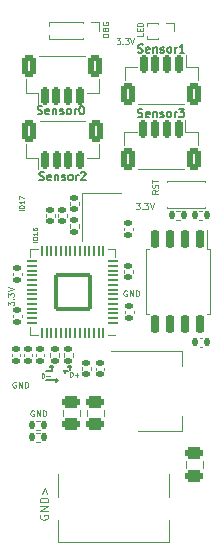
<source format=gto>
G04 #@! TF.GenerationSoftware,KiCad,Pcbnew,(6.0.6)*
G04 #@! TF.CreationDate,2022-07-02T21:51:47+02:00*
G04 #@! TF.ProjectId,hs3-arduino-nano,6873332d-6172-4647-9569-6e6f2d6e616e,rev?*
G04 #@! TF.SameCoordinates,Original*
G04 #@! TF.FileFunction,Legend,Top*
G04 #@! TF.FilePolarity,Positive*
%FSLAX46Y46*%
G04 Gerber Fmt 4.6, Leading zero omitted, Abs format (unit mm)*
G04 Created by KiCad (PCBNEW (6.0.6)) date 2022-07-02 21:51:47*
%MOMM*%
%LPD*%
G01*
G04 APERTURE LIST*
G04 Aperture macros list*
%AMRoundRect*
0 Rectangle with rounded corners*
0 $1 Rounding radius*
0 $2 $3 $4 $5 $6 $7 $8 $9 X,Y pos of 4 corners*
0 Add a 4 corners polygon primitive as box body*
4,1,4,$2,$3,$4,$5,$6,$7,$8,$9,$2,$3,0*
0 Add four circle primitives for the rounded corners*
1,1,$1+$1,$2,$3*
1,1,$1+$1,$4,$5*
1,1,$1+$1,$6,$7*
1,1,$1+$1,$8,$9*
0 Add four rect primitives between the rounded corners*
20,1,$1+$1,$2,$3,$4,$5,0*
20,1,$1+$1,$4,$5,$6,$7,0*
20,1,$1+$1,$6,$7,$8,$9,0*
20,1,$1+$1,$8,$9,$2,$3,0*%
G04 Aperture macros list end*
%ADD10C,0.150000*%
%ADD11C,0.100000*%
%ADD12C,0.125000*%
%ADD13C,0.120000*%
%ADD14C,2.540000*%
%ADD15RoundRect,0.140000X0.170000X-0.140000X0.170000X0.140000X-0.170000X0.140000X-0.170000X-0.140000X0*%
%ADD16R,0.550000X1.500000*%
%ADD17RoundRect,0.140000X-0.170000X0.140000X-0.170000X-0.140000X0.170000X-0.140000X0.170000X0.140000X0*%
%ADD18R,0.850000X0.850000*%
%ADD19O,0.850000X0.850000*%
%ADD20RoundRect,0.135000X0.185000X-0.135000X0.185000X0.135000X-0.185000X0.135000X-0.185000X-0.135000X0*%
%ADD21RoundRect,0.150000X0.150000X0.625000X-0.150000X0.625000X-0.150000X-0.625000X0.150000X-0.625000X0*%
%ADD22RoundRect,0.250000X0.350000X0.650000X-0.350000X0.650000X-0.350000X-0.650000X0.350000X-0.650000X0*%
%ADD23RoundRect,0.150000X-0.150000X-0.625000X0.150000X-0.625000X0.150000X0.625000X-0.150000X0.625000X0*%
%ADD24RoundRect,0.250000X-0.350000X-0.650000X0.350000X-0.650000X0.350000X0.650000X-0.350000X0.650000X0*%
%ADD25RoundRect,0.135000X-0.135000X-0.185000X0.135000X-0.185000X0.135000X0.185000X-0.135000X0.185000X0*%
%ADD26C,0.650000*%
%ADD27R,0.600000X1.450000*%
%ADD28R,0.300000X1.450000*%
%ADD29O,1.000000X2.100000*%
%ADD30O,1.000000X1.600000*%
%ADD31RoundRect,0.250000X-0.475000X0.250000X-0.475000X-0.250000X0.475000X-0.250000X0.475000X0.250000X0*%
%ADD32R,2.000000X1.500000*%
%ADD33R,2.000000X3.800000*%
%ADD34RoundRect,0.150000X-0.150000X0.650000X-0.150000X-0.650000X0.150000X-0.650000X0.150000X0.650000X0*%
%ADD35RoundRect,0.050000X0.387500X0.050000X-0.387500X0.050000X-0.387500X-0.050000X0.387500X-0.050000X0*%
%ADD36RoundRect,0.050000X0.050000X0.387500X-0.050000X0.387500X-0.050000X-0.387500X0.050000X-0.387500X0*%
%ADD37RoundRect,0.144000X1.456000X1.456000X-1.456000X1.456000X-1.456000X-1.456000X1.456000X-1.456000X0*%
%ADD38RoundRect,0.140000X0.140000X0.170000X-0.140000X0.170000X-0.140000X-0.170000X0.140000X-0.170000X0*%
%ADD39R,1.200000X1.400000*%
%ADD40RoundRect,0.250000X0.475000X-0.250000X0.475000X0.250000X-0.475000X0.250000X-0.475000X-0.250000X0*%
%ADD41RoundRect,0.135000X0.135000X0.185000X-0.135000X0.185000X-0.135000X-0.185000X0.135000X-0.185000X0*%
G04 APERTURE END LIST*
D10*
X143510000Y-97790000D02*
X143256000Y-97790000D01*
X141605000Y-98552000D02*
X142621000Y-98552000D01*
X143256000Y-97790000D02*
X143129000Y-97790000D01*
X143637000Y-97282000D02*
X143764000Y-97409000D01*
X143637000Y-97282000D02*
X143510000Y-97409000D01*
X142113000Y-97790000D02*
X142113000Y-97282000D01*
X141986000Y-97409000D02*
X142113000Y-97282000D01*
X142113000Y-97282000D02*
X141986000Y-97409000D01*
X142494000Y-98425000D02*
X142621000Y-98552000D01*
X143510000Y-97409000D02*
X143637000Y-97282000D01*
X142240000Y-97409000D02*
X142113000Y-97282000D01*
X142621000Y-98552000D02*
X142494000Y-98679000D01*
X143637000Y-97663000D02*
X143637000Y-97282000D01*
X143129000Y-97790000D02*
X143256000Y-97663000D01*
X142494000Y-98679000D02*
X142621000Y-98552000D01*
X143129000Y-97790000D02*
X143256000Y-97917000D01*
X141605000Y-97790000D02*
X142113000Y-97790000D01*
D11*
X139065047Y-98683000D02*
X139017428Y-98659190D01*
X138946000Y-98659190D01*
X138874571Y-98683000D01*
X138826952Y-98730619D01*
X138803142Y-98778238D01*
X138779333Y-98873476D01*
X138779333Y-98944904D01*
X138803142Y-99040142D01*
X138826952Y-99087761D01*
X138874571Y-99135380D01*
X138946000Y-99159190D01*
X138993619Y-99159190D01*
X139065047Y-99135380D01*
X139088857Y-99111571D01*
X139088857Y-98944904D01*
X138993619Y-98944904D01*
X139303142Y-99159190D02*
X139303142Y-98659190D01*
X139588857Y-99159190D01*
X139588857Y-98659190D01*
X139826952Y-99159190D02*
X139826952Y-98659190D01*
X139946000Y-98659190D01*
X140017428Y-98683000D01*
X140065047Y-98730619D01*
X140088857Y-98778238D01*
X140112666Y-98873476D01*
X140112666Y-98944904D01*
X140088857Y-99040142D01*
X140065047Y-99087761D01*
X140017428Y-99135380D01*
X139946000Y-99159190D01*
X139826952Y-99159190D01*
X141252619Y-98351952D02*
X141252619Y-97951952D01*
X141347857Y-97951952D01*
X141405000Y-97971000D01*
X141443095Y-98009095D01*
X141462142Y-98047190D01*
X141481190Y-98123380D01*
X141481190Y-98180523D01*
X141462142Y-98256714D01*
X141443095Y-98294809D01*
X141405000Y-98332904D01*
X141347857Y-98351952D01*
X141252619Y-98351952D01*
X141652619Y-98199571D02*
X141957380Y-98199571D01*
D12*
X138410190Y-92178095D02*
X138410190Y-91868571D01*
X138600666Y-92035238D01*
X138600666Y-91963809D01*
X138624476Y-91916190D01*
X138648285Y-91892380D01*
X138695904Y-91868571D01*
X138814952Y-91868571D01*
X138862571Y-91892380D01*
X138886380Y-91916190D01*
X138910190Y-91963809D01*
X138910190Y-92106666D01*
X138886380Y-92154285D01*
X138862571Y-92178095D01*
X138862571Y-91654285D02*
X138886380Y-91630476D01*
X138910190Y-91654285D01*
X138886380Y-91678095D01*
X138862571Y-91654285D01*
X138910190Y-91654285D01*
X138410190Y-91463809D02*
X138410190Y-91154285D01*
X138600666Y-91320952D01*
X138600666Y-91249523D01*
X138624476Y-91201904D01*
X138648285Y-91178095D01*
X138695904Y-91154285D01*
X138814952Y-91154285D01*
X138862571Y-91178095D01*
X138886380Y-91201904D01*
X138910190Y-91249523D01*
X138910190Y-91392380D01*
X138886380Y-91440000D01*
X138862571Y-91463809D01*
X138410190Y-91011428D02*
X138910190Y-90844761D01*
X138410190Y-90678095D01*
D11*
X140589047Y-101096000D02*
X140541428Y-101072190D01*
X140470000Y-101072190D01*
X140398571Y-101096000D01*
X140350952Y-101143619D01*
X140327142Y-101191238D01*
X140303333Y-101286476D01*
X140303333Y-101357904D01*
X140327142Y-101453142D01*
X140350952Y-101500761D01*
X140398571Y-101548380D01*
X140470000Y-101572190D01*
X140517619Y-101572190D01*
X140589047Y-101548380D01*
X140612857Y-101524571D01*
X140612857Y-101357904D01*
X140517619Y-101357904D01*
X140827142Y-101572190D02*
X140827142Y-101072190D01*
X141112857Y-101572190D01*
X141112857Y-101072190D01*
X141350952Y-101572190D02*
X141350952Y-101072190D01*
X141470000Y-101072190D01*
X141541428Y-101096000D01*
X141589047Y-101143619D01*
X141612857Y-101191238D01*
X141636666Y-101286476D01*
X141636666Y-101357904D01*
X141612857Y-101453142D01*
X141589047Y-101500761D01*
X141541428Y-101548380D01*
X141470000Y-101572190D01*
X141350952Y-101572190D01*
X141128000Y-109932666D02*
X141094666Y-109999333D01*
X141094666Y-110099333D01*
X141128000Y-110199333D01*
X141194666Y-110266000D01*
X141261333Y-110299333D01*
X141394666Y-110332666D01*
X141494666Y-110332666D01*
X141628000Y-110299333D01*
X141694666Y-110266000D01*
X141761333Y-110199333D01*
X141794666Y-110099333D01*
X141794666Y-110032666D01*
X141761333Y-109932666D01*
X141728000Y-109899333D01*
X141494666Y-109899333D01*
X141494666Y-110032666D01*
X141794666Y-109599333D02*
X141094666Y-109599333D01*
X141794666Y-109199333D01*
X141094666Y-109199333D01*
X141794666Y-108866000D02*
X141094666Y-108866000D01*
X141094666Y-108699333D01*
X141128000Y-108599333D01*
X141194666Y-108532666D01*
X141261333Y-108499333D01*
X141394666Y-108466000D01*
X141494666Y-108466000D01*
X141628000Y-108499333D01*
X141694666Y-108532666D01*
X141761333Y-108599333D01*
X141794666Y-108699333D01*
X141794666Y-108866000D01*
X141328000Y-108166000D02*
X141528000Y-107632666D01*
X141728000Y-108166000D01*
X146911190Y-69464952D02*
X146411190Y-69464952D01*
X146411190Y-69345904D01*
X146435000Y-69274476D01*
X146482619Y-69226857D01*
X146530238Y-69203047D01*
X146625476Y-69179238D01*
X146696904Y-69179238D01*
X146792142Y-69203047D01*
X146839761Y-69226857D01*
X146887380Y-69274476D01*
X146911190Y-69345904D01*
X146911190Y-69464952D01*
X146649285Y-68798285D02*
X146673095Y-68726857D01*
X146696904Y-68703047D01*
X146744523Y-68679238D01*
X146815952Y-68679238D01*
X146863571Y-68703047D01*
X146887380Y-68726857D01*
X146911190Y-68774476D01*
X146911190Y-68964952D01*
X146411190Y-68964952D01*
X146411190Y-68798285D01*
X146435000Y-68750666D01*
X146458809Y-68726857D01*
X146506428Y-68703047D01*
X146554047Y-68703047D01*
X146601666Y-68726857D01*
X146625476Y-68750666D01*
X146649285Y-68798285D01*
X146649285Y-68964952D01*
X146435000Y-68203047D02*
X146411190Y-68250666D01*
X146411190Y-68322095D01*
X146435000Y-68393523D01*
X146482619Y-68441142D01*
X146530238Y-68464952D01*
X146625476Y-68488761D01*
X146696904Y-68488761D01*
X146792142Y-68464952D01*
X146839761Y-68441142D01*
X146887380Y-68393523D01*
X146911190Y-68322095D01*
X146911190Y-68274476D01*
X146887380Y-68203047D01*
X146863571Y-68179238D01*
X146696904Y-68179238D01*
X146696904Y-68274476D01*
X149832190Y-69155428D02*
X149832190Y-69393523D01*
X149332190Y-69393523D01*
X149570285Y-68988761D02*
X149570285Y-68822095D01*
X149832190Y-68750666D02*
X149832190Y-68988761D01*
X149332190Y-68988761D01*
X149332190Y-68750666D01*
X149832190Y-68536380D02*
X149332190Y-68536380D01*
X149332190Y-68417333D01*
X149356000Y-68345904D01*
X149403619Y-68298285D01*
X149451238Y-68274476D01*
X149546476Y-68250666D01*
X149617904Y-68250666D01*
X149713142Y-68274476D01*
X149760761Y-68298285D01*
X149808380Y-68345904D01*
X149832190Y-68417333D01*
X149832190Y-68536380D01*
X140896952Y-86823476D02*
X140496952Y-86823476D01*
X140496952Y-86556809D02*
X140496952Y-86480619D01*
X140516000Y-86442523D01*
X140554095Y-86404428D01*
X140630285Y-86385380D01*
X140763619Y-86385380D01*
X140839809Y-86404428D01*
X140877904Y-86442523D01*
X140896952Y-86480619D01*
X140896952Y-86556809D01*
X140877904Y-86594904D01*
X140839809Y-86633000D01*
X140763619Y-86652047D01*
X140630285Y-86652047D01*
X140554095Y-86633000D01*
X140516000Y-86594904D01*
X140496952Y-86556809D01*
X140896952Y-86004428D02*
X140896952Y-86233000D01*
X140896952Y-86118714D02*
X140496952Y-86118714D01*
X140554095Y-86156809D01*
X140592190Y-86194904D01*
X140611238Y-86233000D01*
X140496952Y-85661571D02*
X140496952Y-85737761D01*
X140516000Y-85775857D01*
X140535047Y-85794904D01*
X140592190Y-85833000D01*
X140668380Y-85852047D01*
X140820761Y-85852047D01*
X140858857Y-85833000D01*
X140877904Y-85813952D01*
X140896952Y-85775857D01*
X140896952Y-85699666D01*
X140877904Y-85661571D01*
X140858857Y-85642523D01*
X140820761Y-85623476D01*
X140725523Y-85623476D01*
X140687428Y-85642523D01*
X140668380Y-85661571D01*
X140649333Y-85699666D01*
X140649333Y-85775857D01*
X140668380Y-85813952D01*
X140687428Y-85833000D01*
X140725523Y-85852047D01*
X143665619Y-98224952D02*
X143665619Y-97824952D01*
X143760857Y-97824952D01*
X143818000Y-97844000D01*
X143856095Y-97882095D01*
X143875142Y-97920190D01*
X143894190Y-97996380D01*
X143894190Y-98053523D01*
X143875142Y-98129714D01*
X143856095Y-98167809D01*
X143818000Y-98205904D01*
X143760857Y-98224952D01*
X143665619Y-98224952D01*
X144065619Y-98072571D02*
X144370380Y-98072571D01*
X144218000Y-98224952D02*
X144218000Y-97920190D01*
D12*
X147597904Y-69576190D02*
X147907428Y-69576190D01*
X147740761Y-69766666D01*
X147812190Y-69766666D01*
X147859809Y-69790476D01*
X147883619Y-69814285D01*
X147907428Y-69861904D01*
X147907428Y-69980952D01*
X147883619Y-70028571D01*
X147859809Y-70052380D01*
X147812190Y-70076190D01*
X147669333Y-70076190D01*
X147621714Y-70052380D01*
X147597904Y-70028571D01*
X148121714Y-70028571D02*
X148145523Y-70052380D01*
X148121714Y-70076190D01*
X148097904Y-70052380D01*
X148121714Y-70028571D01*
X148121714Y-70076190D01*
X148312190Y-69576190D02*
X148621714Y-69576190D01*
X148455047Y-69766666D01*
X148526476Y-69766666D01*
X148574095Y-69790476D01*
X148597904Y-69814285D01*
X148621714Y-69861904D01*
X148621714Y-69980952D01*
X148597904Y-70028571D01*
X148574095Y-70052380D01*
X148526476Y-70076190D01*
X148383619Y-70076190D01*
X148336000Y-70052380D01*
X148312190Y-70028571D01*
X148764571Y-69576190D02*
X148931238Y-70076190D01*
X149097904Y-69576190D01*
D11*
X151102190Y-82442809D02*
X150864095Y-82609476D01*
X151102190Y-82728523D02*
X150602190Y-82728523D01*
X150602190Y-82538047D01*
X150626000Y-82490428D01*
X150649809Y-82466619D01*
X150697428Y-82442809D01*
X150768857Y-82442809D01*
X150816476Y-82466619D01*
X150840285Y-82490428D01*
X150864095Y-82538047D01*
X150864095Y-82728523D01*
X151078380Y-82252333D02*
X151102190Y-82180904D01*
X151102190Y-82061857D01*
X151078380Y-82014238D01*
X151054571Y-81990428D01*
X151006952Y-81966619D01*
X150959333Y-81966619D01*
X150911714Y-81990428D01*
X150887904Y-82014238D01*
X150864095Y-82061857D01*
X150840285Y-82157095D01*
X150816476Y-82204714D01*
X150792666Y-82228523D01*
X150745047Y-82252333D01*
X150697428Y-82252333D01*
X150649809Y-82228523D01*
X150626000Y-82204714D01*
X150602190Y-82157095D01*
X150602190Y-82038047D01*
X150626000Y-81966619D01*
X150602190Y-81823761D02*
X150602190Y-81538047D01*
X151102190Y-81680904D02*
X150602190Y-81680904D01*
D12*
X149248904Y-83546190D02*
X149558428Y-83546190D01*
X149391761Y-83736666D01*
X149463190Y-83736666D01*
X149510809Y-83760476D01*
X149534619Y-83784285D01*
X149558428Y-83831904D01*
X149558428Y-83950952D01*
X149534619Y-83998571D01*
X149510809Y-84022380D01*
X149463190Y-84046190D01*
X149320333Y-84046190D01*
X149272714Y-84022380D01*
X149248904Y-83998571D01*
X149772714Y-83998571D02*
X149796523Y-84022380D01*
X149772714Y-84046190D01*
X149748904Y-84022380D01*
X149772714Y-83998571D01*
X149772714Y-84046190D01*
X149963190Y-83546190D02*
X150272714Y-83546190D01*
X150106047Y-83736666D01*
X150177476Y-83736666D01*
X150225095Y-83760476D01*
X150248904Y-83784285D01*
X150272714Y-83831904D01*
X150272714Y-83950952D01*
X150248904Y-83998571D01*
X150225095Y-84022380D01*
X150177476Y-84046190D01*
X150034619Y-84046190D01*
X149987000Y-84022380D01*
X149963190Y-83998571D01*
X150415571Y-83546190D02*
X150582238Y-84046190D01*
X150748904Y-83546190D01*
D11*
X139753952Y-84156476D02*
X139353952Y-84156476D01*
X139353952Y-83889809D02*
X139353952Y-83813619D01*
X139373000Y-83775523D01*
X139411095Y-83737428D01*
X139487285Y-83718380D01*
X139620619Y-83718380D01*
X139696809Y-83737428D01*
X139734904Y-83775523D01*
X139753952Y-83813619D01*
X139753952Y-83889809D01*
X139734904Y-83927904D01*
X139696809Y-83966000D01*
X139620619Y-83985047D01*
X139487285Y-83985047D01*
X139411095Y-83966000D01*
X139373000Y-83927904D01*
X139353952Y-83889809D01*
X139753952Y-83337428D02*
X139753952Y-83566000D01*
X139753952Y-83451714D02*
X139353952Y-83451714D01*
X139411095Y-83489809D01*
X139449190Y-83527904D01*
X139468238Y-83566000D01*
X139353952Y-83204095D02*
X139353952Y-82937428D01*
X139753952Y-83108857D01*
X148463047Y-90936000D02*
X148415428Y-90912190D01*
X148344000Y-90912190D01*
X148272571Y-90936000D01*
X148224952Y-90983619D01*
X148201142Y-91031238D01*
X148177333Y-91126476D01*
X148177333Y-91197904D01*
X148201142Y-91293142D01*
X148224952Y-91340761D01*
X148272571Y-91388380D01*
X148344000Y-91412190D01*
X148391619Y-91412190D01*
X148463047Y-91388380D01*
X148486857Y-91364571D01*
X148486857Y-91197904D01*
X148391619Y-91197904D01*
X148701142Y-91412190D02*
X148701142Y-90912190D01*
X148986857Y-91412190D01*
X148986857Y-90912190D01*
X149224952Y-91412190D02*
X149224952Y-90912190D01*
X149344000Y-90912190D01*
X149415428Y-90936000D01*
X149463047Y-90983619D01*
X149486857Y-91031238D01*
X149510666Y-91126476D01*
X149510666Y-91197904D01*
X149486857Y-91293142D01*
X149463047Y-91340761D01*
X149415428Y-91388380D01*
X149344000Y-91412190D01*
X149224952Y-91412190D01*
D10*
X149391933Y-76229333D02*
X149491933Y-76262666D01*
X149658600Y-76262666D01*
X149725266Y-76229333D01*
X149758600Y-76196000D01*
X149791933Y-76129333D01*
X149791933Y-76062666D01*
X149758600Y-75996000D01*
X149725266Y-75962666D01*
X149658600Y-75929333D01*
X149525266Y-75896000D01*
X149458600Y-75862666D01*
X149425266Y-75829333D01*
X149391933Y-75762666D01*
X149391933Y-75696000D01*
X149425266Y-75629333D01*
X149458600Y-75596000D01*
X149525266Y-75562666D01*
X149691933Y-75562666D01*
X149791933Y-75596000D01*
X150358600Y-76229333D02*
X150291933Y-76262666D01*
X150158600Y-76262666D01*
X150091933Y-76229333D01*
X150058600Y-76162666D01*
X150058600Y-75896000D01*
X150091933Y-75829333D01*
X150158600Y-75796000D01*
X150291933Y-75796000D01*
X150358600Y-75829333D01*
X150391933Y-75896000D01*
X150391933Y-75962666D01*
X150058600Y-76029333D01*
X150691933Y-75796000D02*
X150691933Y-76262666D01*
X150691933Y-75862666D02*
X150725266Y-75829333D01*
X150791933Y-75796000D01*
X150891933Y-75796000D01*
X150958600Y-75829333D01*
X150991933Y-75896000D01*
X150991933Y-76262666D01*
X151291933Y-76229333D02*
X151358600Y-76262666D01*
X151491933Y-76262666D01*
X151558600Y-76229333D01*
X151591933Y-76162666D01*
X151591933Y-76129333D01*
X151558600Y-76062666D01*
X151491933Y-76029333D01*
X151391933Y-76029333D01*
X151325266Y-75996000D01*
X151291933Y-75929333D01*
X151291933Y-75896000D01*
X151325266Y-75829333D01*
X151391933Y-75796000D01*
X151491933Y-75796000D01*
X151558600Y-75829333D01*
X151991933Y-76262666D02*
X151925266Y-76229333D01*
X151891933Y-76196000D01*
X151858600Y-76129333D01*
X151858600Y-75929333D01*
X151891933Y-75862666D01*
X151925266Y-75829333D01*
X151991933Y-75796000D01*
X152091933Y-75796000D01*
X152158600Y-75829333D01*
X152191933Y-75862666D01*
X152225266Y-75929333D01*
X152225266Y-76129333D01*
X152191933Y-76196000D01*
X152158600Y-76229333D01*
X152091933Y-76262666D01*
X151991933Y-76262666D01*
X152525266Y-76262666D02*
X152525266Y-75796000D01*
X152525266Y-75929333D02*
X152558600Y-75862666D01*
X152591933Y-75829333D01*
X152658600Y-75796000D01*
X152725266Y-75796000D01*
X152891933Y-75562666D02*
X153325266Y-75562666D01*
X153091933Y-75829333D01*
X153191933Y-75829333D01*
X153258600Y-75862666D01*
X153291933Y-75896000D01*
X153325266Y-75962666D01*
X153325266Y-76129333D01*
X153291933Y-76196000D01*
X153258600Y-76229333D01*
X153191933Y-76262666D01*
X152991933Y-76262666D01*
X152925266Y-76229333D01*
X152891933Y-76196000D01*
X140908333Y-75975333D02*
X141008333Y-76008666D01*
X141175000Y-76008666D01*
X141241666Y-75975333D01*
X141275000Y-75942000D01*
X141308333Y-75875333D01*
X141308333Y-75808666D01*
X141275000Y-75742000D01*
X141241666Y-75708666D01*
X141175000Y-75675333D01*
X141041666Y-75642000D01*
X140975000Y-75608666D01*
X140941666Y-75575333D01*
X140908333Y-75508666D01*
X140908333Y-75442000D01*
X140941666Y-75375333D01*
X140975000Y-75342000D01*
X141041666Y-75308666D01*
X141208333Y-75308666D01*
X141308333Y-75342000D01*
X141875000Y-75975333D02*
X141808333Y-76008666D01*
X141675000Y-76008666D01*
X141608333Y-75975333D01*
X141575000Y-75908666D01*
X141575000Y-75642000D01*
X141608333Y-75575333D01*
X141675000Y-75542000D01*
X141808333Y-75542000D01*
X141875000Y-75575333D01*
X141908333Y-75642000D01*
X141908333Y-75708666D01*
X141575000Y-75775333D01*
X142208333Y-75542000D02*
X142208333Y-76008666D01*
X142208333Y-75608666D02*
X142241666Y-75575333D01*
X142308333Y-75542000D01*
X142408333Y-75542000D01*
X142475000Y-75575333D01*
X142508333Y-75642000D01*
X142508333Y-76008666D01*
X142808333Y-75975333D02*
X142875000Y-76008666D01*
X143008333Y-76008666D01*
X143075000Y-75975333D01*
X143108333Y-75908666D01*
X143108333Y-75875333D01*
X143075000Y-75808666D01*
X143008333Y-75775333D01*
X142908333Y-75775333D01*
X142841666Y-75742000D01*
X142808333Y-75675333D01*
X142808333Y-75642000D01*
X142841666Y-75575333D01*
X142908333Y-75542000D01*
X143008333Y-75542000D01*
X143075000Y-75575333D01*
X143508333Y-76008666D02*
X143441666Y-75975333D01*
X143408333Y-75942000D01*
X143375000Y-75875333D01*
X143375000Y-75675333D01*
X143408333Y-75608666D01*
X143441666Y-75575333D01*
X143508333Y-75542000D01*
X143608333Y-75542000D01*
X143675000Y-75575333D01*
X143708333Y-75608666D01*
X143741666Y-75675333D01*
X143741666Y-75875333D01*
X143708333Y-75942000D01*
X143675000Y-75975333D01*
X143608333Y-76008666D01*
X143508333Y-76008666D01*
X144041666Y-76008666D02*
X144041666Y-75542000D01*
X144041666Y-75675333D02*
X144075000Y-75608666D01*
X144108333Y-75575333D01*
X144175000Y-75542000D01*
X144241666Y-75542000D01*
X144608333Y-75308666D02*
X144675000Y-75308666D01*
X144741666Y-75342000D01*
X144775000Y-75375333D01*
X144808333Y-75442000D01*
X144841666Y-75575333D01*
X144841666Y-75742000D01*
X144808333Y-75875333D01*
X144775000Y-75942000D01*
X144741666Y-75975333D01*
X144675000Y-76008666D01*
X144608333Y-76008666D01*
X144541666Y-75975333D01*
X144508333Y-75942000D01*
X144475000Y-75875333D01*
X144441666Y-75742000D01*
X144441666Y-75575333D01*
X144475000Y-75442000D01*
X144508333Y-75375333D01*
X144541666Y-75342000D01*
X144608333Y-75308666D01*
X149417333Y-70768333D02*
X149517333Y-70801666D01*
X149684000Y-70801666D01*
X149750666Y-70768333D01*
X149784000Y-70735000D01*
X149817333Y-70668333D01*
X149817333Y-70601666D01*
X149784000Y-70535000D01*
X149750666Y-70501666D01*
X149684000Y-70468333D01*
X149550666Y-70435000D01*
X149484000Y-70401666D01*
X149450666Y-70368333D01*
X149417333Y-70301666D01*
X149417333Y-70235000D01*
X149450666Y-70168333D01*
X149484000Y-70135000D01*
X149550666Y-70101666D01*
X149717333Y-70101666D01*
X149817333Y-70135000D01*
X150384000Y-70768333D02*
X150317333Y-70801666D01*
X150184000Y-70801666D01*
X150117333Y-70768333D01*
X150084000Y-70701666D01*
X150084000Y-70435000D01*
X150117333Y-70368333D01*
X150184000Y-70335000D01*
X150317333Y-70335000D01*
X150384000Y-70368333D01*
X150417333Y-70435000D01*
X150417333Y-70501666D01*
X150084000Y-70568333D01*
X150717333Y-70335000D02*
X150717333Y-70801666D01*
X150717333Y-70401666D02*
X150750666Y-70368333D01*
X150817333Y-70335000D01*
X150917333Y-70335000D01*
X150984000Y-70368333D01*
X151017333Y-70435000D01*
X151017333Y-70801666D01*
X151317333Y-70768333D02*
X151384000Y-70801666D01*
X151517333Y-70801666D01*
X151584000Y-70768333D01*
X151617333Y-70701666D01*
X151617333Y-70668333D01*
X151584000Y-70601666D01*
X151517333Y-70568333D01*
X151417333Y-70568333D01*
X151350666Y-70535000D01*
X151317333Y-70468333D01*
X151317333Y-70435000D01*
X151350666Y-70368333D01*
X151417333Y-70335000D01*
X151517333Y-70335000D01*
X151584000Y-70368333D01*
X152017333Y-70801666D02*
X151950666Y-70768333D01*
X151917333Y-70735000D01*
X151884000Y-70668333D01*
X151884000Y-70468333D01*
X151917333Y-70401666D01*
X151950666Y-70368333D01*
X152017333Y-70335000D01*
X152117333Y-70335000D01*
X152184000Y-70368333D01*
X152217333Y-70401666D01*
X152250666Y-70468333D01*
X152250666Y-70668333D01*
X152217333Y-70735000D01*
X152184000Y-70768333D01*
X152117333Y-70801666D01*
X152017333Y-70801666D01*
X152550666Y-70801666D02*
X152550666Y-70335000D01*
X152550666Y-70468333D02*
X152584000Y-70401666D01*
X152617333Y-70368333D01*
X152684000Y-70335000D01*
X152750666Y-70335000D01*
X153350666Y-70801666D02*
X152950666Y-70801666D01*
X153150666Y-70801666D02*
X153150666Y-70101666D01*
X153084000Y-70201666D01*
X153017333Y-70268333D01*
X152950666Y-70301666D01*
X141060733Y-81563333D02*
X141160733Y-81596666D01*
X141327400Y-81596666D01*
X141394066Y-81563333D01*
X141427400Y-81530000D01*
X141460733Y-81463333D01*
X141460733Y-81396666D01*
X141427400Y-81330000D01*
X141394066Y-81296666D01*
X141327400Y-81263333D01*
X141194066Y-81230000D01*
X141127400Y-81196666D01*
X141094066Y-81163333D01*
X141060733Y-81096666D01*
X141060733Y-81030000D01*
X141094066Y-80963333D01*
X141127400Y-80930000D01*
X141194066Y-80896666D01*
X141360733Y-80896666D01*
X141460733Y-80930000D01*
X142027400Y-81563333D02*
X141960733Y-81596666D01*
X141827400Y-81596666D01*
X141760733Y-81563333D01*
X141727400Y-81496666D01*
X141727400Y-81230000D01*
X141760733Y-81163333D01*
X141827400Y-81130000D01*
X141960733Y-81130000D01*
X142027400Y-81163333D01*
X142060733Y-81230000D01*
X142060733Y-81296666D01*
X141727400Y-81363333D01*
X142360733Y-81130000D02*
X142360733Y-81596666D01*
X142360733Y-81196666D02*
X142394066Y-81163333D01*
X142460733Y-81130000D01*
X142560733Y-81130000D01*
X142627400Y-81163333D01*
X142660733Y-81230000D01*
X142660733Y-81596666D01*
X142960733Y-81563333D02*
X143027400Y-81596666D01*
X143160733Y-81596666D01*
X143227400Y-81563333D01*
X143260733Y-81496666D01*
X143260733Y-81463333D01*
X143227400Y-81396666D01*
X143160733Y-81363333D01*
X143060733Y-81363333D01*
X142994066Y-81330000D01*
X142960733Y-81263333D01*
X142960733Y-81230000D01*
X142994066Y-81163333D01*
X143060733Y-81130000D01*
X143160733Y-81130000D01*
X143227400Y-81163333D01*
X143660733Y-81596666D02*
X143594066Y-81563333D01*
X143560733Y-81530000D01*
X143527400Y-81463333D01*
X143527400Y-81263333D01*
X143560733Y-81196666D01*
X143594066Y-81163333D01*
X143660733Y-81130000D01*
X143760733Y-81130000D01*
X143827400Y-81163333D01*
X143860733Y-81196666D01*
X143894066Y-81263333D01*
X143894066Y-81463333D01*
X143860733Y-81530000D01*
X143827400Y-81563333D01*
X143760733Y-81596666D01*
X143660733Y-81596666D01*
X144194066Y-81596666D02*
X144194066Y-81130000D01*
X144194066Y-81263333D02*
X144227400Y-81196666D01*
X144260733Y-81163333D01*
X144327400Y-81130000D01*
X144394066Y-81130000D01*
X144594066Y-80963333D02*
X144627400Y-80930000D01*
X144694066Y-80896666D01*
X144860733Y-80896666D01*
X144927400Y-80930000D01*
X144960733Y-80963333D01*
X144994066Y-81030000D01*
X144994066Y-81096666D01*
X144960733Y-81196666D01*
X144560733Y-81596666D01*
X144994066Y-81596666D01*
D13*
X148315000Y-92857836D02*
X148315000Y-92642164D01*
X149035000Y-92857836D02*
X149035000Y-92642164D01*
X155086800Y-83924000D02*
X155086800Y-83824000D01*
X155086800Y-81684000D02*
X151846800Y-81684000D01*
X151846800Y-81784000D02*
X151846800Y-81684000D01*
X151846800Y-83924000D02*
X151846800Y-83824000D01*
X155086800Y-83924000D02*
X151846800Y-83924000D01*
X155086800Y-81784000D02*
X155086800Y-81684000D01*
X144674000Y-97428164D02*
X144674000Y-97643836D01*
X145394000Y-97428164D02*
X145394000Y-97643836D01*
X144378000Y-83673836D02*
X144378000Y-83458164D01*
X143658000Y-83673836D02*
X143658000Y-83458164D01*
X151080000Y-69656000D02*
X150205000Y-69656000D01*
X150205000Y-68266000D02*
X150205000Y-68566507D01*
X150205000Y-69355493D02*
X150205000Y-69656000D01*
X151765000Y-68266000D02*
X152450000Y-68266000D01*
X151080000Y-68266000D02*
X151080000Y-68352724D01*
X151080000Y-69569276D02*
X151080000Y-69656000D01*
X151080000Y-68266000D02*
X150205000Y-68266000D01*
X152450000Y-68266000D02*
X152450000Y-68961000D01*
X148230000Y-85832836D02*
X148230000Y-85617164D01*
X148950000Y-85832836D02*
X148950000Y-85617164D01*
X143638000Y-85624641D02*
X143638000Y-85317359D01*
X144398000Y-85624641D02*
X144398000Y-85317359D01*
X141457000Y-96285164D02*
X141457000Y-96500836D01*
X140737000Y-96285164D02*
X140737000Y-96500836D01*
X154468600Y-78653000D02*
X154468600Y-77503000D01*
X153298600Y-80623000D02*
X149418600Y-80623000D01*
X153418600Y-77503000D02*
X153418600Y-76513000D01*
X154468600Y-77503000D02*
X153418600Y-77503000D01*
X148248600Y-78653000D02*
X148248600Y-77503000D01*
X148248600Y-77503000D02*
X149298600Y-77503000D01*
X138832000Y-89642836D02*
X138832000Y-89427164D01*
X139552000Y-89642836D02*
X139552000Y-89427164D01*
X138832000Y-93198836D02*
X138832000Y-92983164D01*
X139552000Y-93198836D02*
X139552000Y-92983164D01*
X141062000Y-71091200D02*
X144942000Y-71091200D01*
X146112000Y-73061200D02*
X146112000Y-74211200D01*
X146112000Y-74211200D02*
X145062000Y-74211200D01*
X140942000Y-74211200D02*
X140942000Y-75201200D01*
X139892000Y-74211200D02*
X140942000Y-74211200D01*
X139892000Y-73061200D02*
X139892000Y-74211200D01*
X154560359Y-84962000D02*
X154867641Y-84962000D01*
X154560359Y-84202000D02*
X154867641Y-84202000D01*
X142620000Y-106431000D02*
X142620000Y-108431000D01*
X152020000Y-106431000D02*
X152020000Y-108431000D01*
X142620000Y-110331000D02*
X142620000Y-112231000D01*
X152020000Y-110331000D02*
X152020000Y-112231000D01*
X142620000Y-112231000D02*
X152020000Y-112231000D01*
X146100000Y-68240600D02*
X146100000Y-68935600D01*
X144730000Y-68240600D02*
X141855000Y-68240600D01*
X144730000Y-69543876D02*
X144730000Y-69630600D01*
X141855000Y-69330093D02*
X141855000Y-69630600D01*
X141855000Y-68240600D02*
X141855000Y-68541107D01*
X144730000Y-68240600D02*
X144730000Y-68327324D01*
X144730000Y-69630600D02*
X141855000Y-69630600D01*
X145415000Y-68240600D02*
X146100000Y-68240600D01*
X148950000Y-89416836D02*
X148950000Y-89201164D01*
X148230000Y-89416836D02*
X148230000Y-89201164D01*
X139721000Y-96285164D02*
X139721000Y-96500836D01*
X140441000Y-96285164D02*
X140441000Y-96500836D01*
X138705000Y-96285164D02*
X138705000Y-96500836D01*
X139425000Y-96285164D02*
X139425000Y-96500836D01*
X143029000Y-101023748D02*
X143029000Y-101546252D01*
X144499000Y-101023748D02*
X144499000Y-101546252D01*
X143130000Y-96546641D02*
X143130000Y-96239359D01*
X143890000Y-96546641D02*
X143890000Y-96239359D01*
X148274000Y-73141200D02*
X148274000Y-71991200D01*
X153444000Y-71991200D02*
X153444000Y-71001200D01*
X154494000Y-73141200D02*
X154494000Y-71991200D01*
X154494000Y-71991200D02*
X153444000Y-71991200D01*
X153324000Y-75111200D02*
X149444000Y-75111200D01*
X148274000Y-71991200D02*
X149324000Y-71991200D01*
X154913000Y-105402748D02*
X154913000Y-105925252D01*
X153443000Y-105402748D02*
X153443000Y-105925252D01*
X152627359Y-84202000D02*
X152934641Y-84202000D01*
X152627359Y-84962000D02*
X152934641Y-84962000D01*
X141626000Y-84689836D02*
X141626000Y-84474164D01*
X142346000Y-84689836D02*
X142346000Y-84474164D01*
X153167000Y-96031000D02*
X153167000Y-97291000D01*
X149407000Y-102851000D02*
X153167000Y-102851000D01*
X147157000Y-96031000D02*
X153167000Y-96031000D01*
X153167000Y-102851000D02*
X153167000Y-101591000D01*
X140967400Y-79697600D02*
X140967400Y-80687600D01*
X141087400Y-76577600D02*
X144967400Y-76577600D01*
X146137400Y-78547600D02*
X146137400Y-79697600D01*
X139917400Y-79697600D02*
X140967400Y-79697600D01*
X146137400Y-79697600D02*
X145087400Y-79697600D01*
X139917400Y-78547600D02*
X139917400Y-79697600D01*
X150056000Y-90170000D02*
X150056000Y-87445000D01*
X155246000Y-87445000D02*
X155246000Y-85770000D01*
X155506000Y-90170000D02*
X155506000Y-87445000D01*
X150056000Y-92895000D02*
X150316000Y-92895000D01*
X150056000Y-90170000D02*
X150056000Y-92895000D01*
X150056000Y-87445000D02*
X150316000Y-87445000D01*
X155506000Y-92895000D02*
X155246000Y-92895000D01*
X155506000Y-90170000D02*
X155506000Y-92895000D01*
X155506000Y-87445000D02*
X155246000Y-87445000D01*
X142747000Y-96546641D02*
X142747000Y-96239359D01*
X141987000Y-96546641D02*
X141987000Y-96239359D01*
X146537000Y-97456164D02*
X146537000Y-97671836D01*
X145817000Y-97456164D02*
X145817000Y-97671836D01*
X146851000Y-87449000D02*
X147501000Y-87449000D01*
X147501000Y-87449000D02*
X147501000Y-88099000D01*
X140281000Y-87449000D02*
X140281000Y-88099000D01*
X140931000Y-87449000D02*
X140281000Y-87449000D01*
X146851000Y-94669000D02*
X147501000Y-94669000D01*
X140281000Y-94669000D02*
X140281000Y-94019000D01*
X140931000Y-94669000D02*
X140281000Y-94669000D01*
X140814359Y-101982000D02*
X141121641Y-101982000D01*
X140814359Y-102742000D02*
X141121641Y-102742000D01*
X154844636Y-95686200D02*
X154628964Y-95686200D01*
X154844636Y-94966200D02*
X154628964Y-94966200D01*
X144654000Y-82709000D02*
X144654000Y-86709000D01*
X147954000Y-82709000D02*
X144654000Y-82709000D01*
X145061000Y-101546252D02*
X145061000Y-101023748D01*
X146531000Y-101546252D02*
X146531000Y-101023748D01*
X143362000Y-84689836D02*
X143362000Y-84474164D01*
X142642000Y-84689836D02*
X142642000Y-84474164D01*
X141123641Y-102998000D02*
X140816359Y-102998000D01*
X141123641Y-103758000D02*
X140816359Y-103758000D01*
D14*
X139446000Y-68707000D03*
X139446000Y-109347000D03*
X154686000Y-109347000D03*
X154686000Y-68707000D03*
%LPC*%
X139446000Y-68707000D03*
X139446000Y-109347000D03*
X154686000Y-109347000D03*
X154686000Y-68707000D03*
D15*
X148675000Y-93230000D03*
X148675000Y-92270000D03*
D16*
X155091800Y-82804000D03*
X151841800Y-82804000D03*
D17*
X145034000Y-97056000D03*
X145034000Y-98016000D03*
D15*
X144018000Y-84046000D03*
X144018000Y-83086000D03*
D18*
X151765000Y-68961000D03*
D19*
X150765000Y-68961000D03*
D15*
X148590000Y-86205000D03*
X148590000Y-85245000D03*
D20*
X144018000Y-85981000D03*
X144018000Y-84961000D03*
D17*
X141097000Y-95913000D03*
X141097000Y-96873000D03*
D21*
X152858600Y-77288000D03*
X151858600Y-77288000D03*
X150858600Y-77288000D03*
X149858600Y-77288000D03*
D22*
X148558600Y-79813000D03*
X154158600Y-79813000D03*
D15*
X139192000Y-90015000D03*
X139192000Y-89055000D03*
X139192000Y-93571000D03*
X139192000Y-92611000D03*
D23*
X141502000Y-74426200D03*
X142502000Y-74426200D03*
X143502000Y-74426200D03*
X144502000Y-74426200D03*
D24*
X145802000Y-71901200D03*
X140202000Y-71901200D03*
D25*
X154204000Y-84582000D03*
X155224000Y-84582000D03*
D26*
X150210000Y-105731000D03*
X144430000Y-105731000D03*
D27*
X144070000Y-104286000D03*
X144870000Y-104286000D03*
D28*
X146070000Y-104286000D03*
X147070000Y-104286000D03*
X147570000Y-104286000D03*
X148570000Y-104286000D03*
D27*
X149770000Y-104286000D03*
X150570000Y-104286000D03*
X150570000Y-104286000D03*
X149770000Y-104286000D03*
D28*
X149070000Y-104286000D03*
X148070000Y-104286000D03*
X146570000Y-104286000D03*
X145570000Y-104286000D03*
D27*
X144870000Y-104286000D03*
X144070000Y-104286000D03*
D29*
X143000000Y-105201000D03*
D30*
X151640000Y-109381000D03*
X143000000Y-109381000D03*
D29*
X151640000Y-105201000D03*
D18*
X145415000Y-68935600D03*
D19*
X144415000Y-68935600D03*
X143415000Y-68935600D03*
X142415000Y-68935600D03*
D15*
X148590000Y-89789000D03*
X148590000Y-88829000D03*
D17*
X140081000Y-95913000D03*
X140081000Y-96873000D03*
X139065000Y-95913000D03*
X139065000Y-96873000D03*
D31*
X143764000Y-100335000D03*
X143764000Y-102235000D03*
D20*
X143510000Y-96903000D03*
X143510000Y-95883000D03*
D21*
X152884000Y-71776200D03*
X151884000Y-71776200D03*
X150884000Y-71776200D03*
X149884000Y-71776200D03*
D22*
X154184000Y-74301200D03*
X148584000Y-74301200D03*
D31*
X154178000Y-104714000D03*
X154178000Y-106614000D03*
D25*
X152271000Y-84582000D03*
X153291000Y-84582000D03*
D15*
X141986000Y-85062000D03*
X141986000Y-84102000D03*
D32*
X148107000Y-97141000D03*
X148107000Y-99441000D03*
D33*
X154407000Y-99441000D03*
D32*
X148107000Y-101741000D03*
D23*
X141527400Y-79912600D03*
X142527400Y-79912600D03*
X143527400Y-79912600D03*
X144527400Y-79912600D03*
D24*
X145827400Y-77387600D03*
X140227400Y-77387600D03*
D34*
X154686000Y-86570000D03*
X153416000Y-86570000D03*
X152146000Y-86570000D03*
X150876000Y-86570000D03*
X150876000Y-93770000D03*
X152146000Y-93770000D03*
X153416000Y-93770000D03*
X154686000Y-93770000D03*
D20*
X142367000Y-96903000D03*
X142367000Y-95883000D03*
D17*
X146177000Y-97084000D03*
X146177000Y-98044000D03*
D35*
X147328500Y-93659000D03*
X147328500Y-93259000D03*
X147328500Y-92859000D03*
X147328500Y-92459000D03*
X147328500Y-92059000D03*
X147328500Y-91659000D03*
X147328500Y-91259000D03*
X147328500Y-90859000D03*
X147328500Y-90459000D03*
X147328500Y-90059000D03*
X147328500Y-89659000D03*
X147328500Y-89259000D03*
X147328500Y-88859000D03*
X147328500Y-88459000D03*
D36*
X146491000Y-87621500D03*
X146091000Y-87621500D03*
X145691000Y-87621500D03*
X145291000Y-87621500D03*
X144891000Y-87621500D03*
X144491000Y-87621500D03*
X144091000Y-87621500D03*
X143691000Y-87621500D03*
X143291000Y-87621500D03*
X142891000Y-87621500D03*
X142491000Y-87621500D03*
X142091000Y-87621500D03*
X141691000Y-87621500D03*
X141291000Y-87621500D03*
D35*
X140453500Y-88459000D03*
X140453500Y-88859000D03*
X140453500Y-89259000D03*
X140453500Y-89659000D03*
X140453500Y-90059000D03*
X140453500Y-90459000D03*
X140453500Y-90859000D03*
X140453500Y-91259000D03*
X140453500Y-91659000D03*
X140453500Y-92059000D03*
X140453500Y-92459000D03*
X140453500Y-92859000D03*
X140453500Y-93259000D03*
X140453500Y-93659000D03*
D36*
X141291000Y-94496500D03*
X141691000Y-94496500D03*
X142091000Y-94496500D03*
X142491000Y-94496500D03*
X142891000Y-94496500D03*
X143291000Y-94496500D03*
X143691000Y-94496500D03*
X144091000Y-94496500D03*
X144491000Y-94496500D03*
X144891000Y-94496500D03*
X145291000Y-94496500D03*
X145691000Y-94496500D03*
X146091000Y-94496500D03*
X146491000Y-94496500D03*
D37*
X143891000Y-91059000D03*
D25*
X140458000Y-102362000D03*
X141478000Y-102362000D03*
D38*
X155216800Y-95326200D03*
X154256800Y-95326200D03*
D39*
X145454000Y-83609000D03*
X145454000Y-85809000D03*
X147154000Y-85809000D03*
X147154000Y-83609000D03*
D40*
X145796000Y-102235000D03*
X145796000Y-100335000D03*
D15*
X143002000Y-85062000D03*
X143002000Y-84102000D03*
D41*
X141480000Y-103378000D03*
X140460000Y-103378000D03*
M02*

</source>
